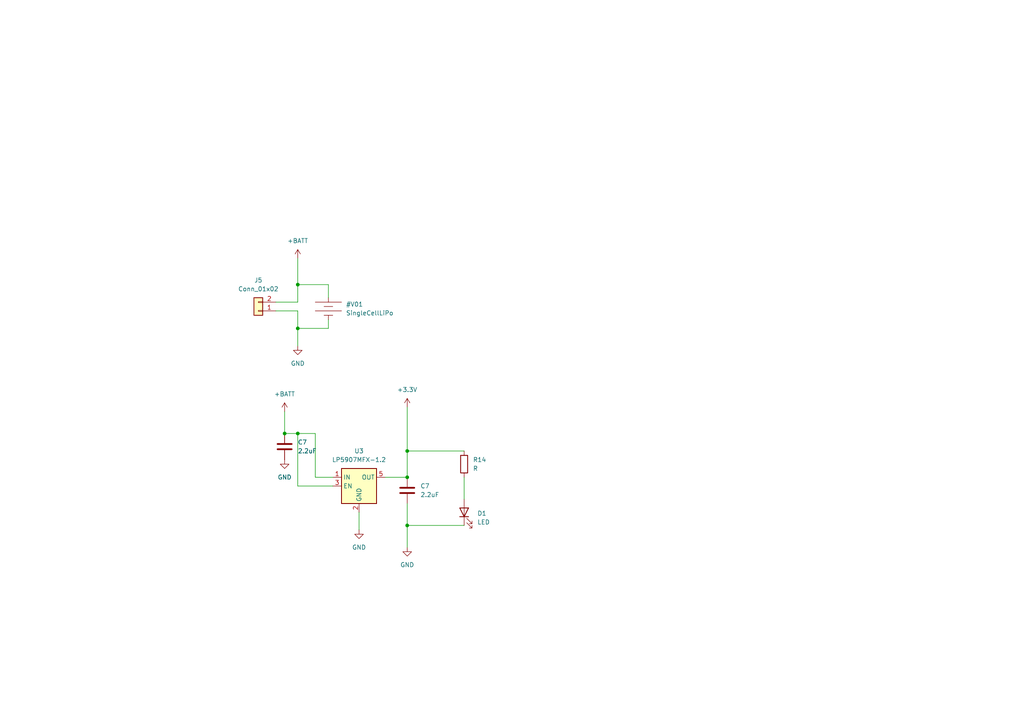
<source format=kicad_sch>
(kicad_sch (version 20230121) (generator eeschema)
  (paper "A4")
  (lib_symbols
    (symbol "Connector_Generic:Conn_01x02" (pin_names (offset 1.016) hide)
      (property "Reference" "J" (at 0 2.54 0))
      (property "Value" "Conn_01x02" (at 0 -5.08 0))
      (symbol "Conn_01x02_1_1"
        (rectangle (start -1.27 -2.413) (end 0 -2.667) (stroke (width 0.1524)))
        (rectangle (start -1.27 0.127) (end 0 -0.127) (stroke (width 0.1524)))
        (rectangle (start -1.27 1.27) (end 1.27 -3.81) (stroke (width 0.254)) (fill (type background)))
        (pin passive line (at -5.08 0 0) (length 3.81) (name "Pin_1") (number "1"))
        (pin passive line (at -5.08 -2.54 0) (length 3.81) (name "Pin_2") (number "2"))
      )
    )
    (symbol "Device:C" (pin_numbers hide) (pin_names (offset 0.254))
      (property "Reference" "C" (at 0.635 2.54 0))
      (property "Value" "C" (at 0.635 -2.54 0))
      (symbol "C_0_1"
        (polyline (pts (xy -2.032 -0.762) (xy 2.032 -0.762)) (stroke (width 0.508)))
        (polyline (pts (xy -2.032 0.762) (xy 2.032 0.762)) (stroke (width 0.508)))
      )
      (symbol "C_1_1"
        (pin passive line (at 0 3.81 270) (length 2.794) (name "~") (number "1"))
        (pin passive line (at 0 -3.81 90) (length 2.794) (name "~") (number "2"))
      )
    )
    (symbol "Device:LED" (pin_numbers hide) (pin_names (offset 1.016) hide)
      (property "Reference" "D" (at 0 2.54 0))
      (property "Value" "LED" (at 0 -2.54 0))
      (symbol "LED_0_1"
        (polyline (pts (xy -1.27 -1.27) (xy -1.27 1.27)) (stroke (width 0.254)))
        (polyline (pts (xy -1.27 0) (xy 1.27 0)))
        (polyline (pts (xy 1.27 -1.27) (xy 1.27 1.27) (xy -1.27 0) (xy 1.27 -1.27)) (stroke (width 0.254)))
        (polyline (pts (xy -3.048 -0.762) (xy -4.572 -2.286) (xy -3.81 -2.286) (xy -4.572 -2.286) (xy -4.572 -1.524)))
        (polyline (pts (xy -1.778 -0.762) (xy -3.302 -2.286) (xy -2.54 -2.286) (xy -3.302 -2.286) (xy -3.302 -1.524)))
      )
      (symbol "LED_1_1"
        (pin passive line (at -3.81 0 0) (length 2.54) (name "K") (number "1"))
        (pin passive line (at 3.81 0 180) (length 2.54) (name "A") (number "2"))
      )
    )
    (symbol "Device:R" (pin_numbers hide) (pin_names (offset 0))
      (property "Reference" "R" (at 2.032 0 90))
      (property "Value" "R" (at 0 0 90))
      (symbol "R_0_1"
        (rectangle (start -1.016 -2.54) (end 1.016 2.54) (stroke (width 0.254)))
      )
      (symbol "R_1_1"
        (pin passive line (at 0 3.81 270) (length 1.27) (name "~") (number "1"))
        (pin passive line (at 0 -3.81 90) (length 1.27) (name "~") (number "2"))
      )
    )
    (symbol "Regulator_Linear:LP5907MFX-1.2"
      (property "Reference" "U" (at -3.81 6.35 0))
      (property "Value" "LP5907MFX-1.2" (at 6.35 6.35 0))
      (symbol "LP5907MFX-1.2_0_1"
        (rectangle (start -5.08 -5.08) (end 5.08 5.08) (stroke (width 0.254)) (fill (type background)))
        (pin power_in line (at -7.62 2.54 0) (length 2.54) (name "IN") (number "1"))
        (pin power_in line (at 0 -7.62 90) (length 2.54) (name "GND") (number "2"))
        (pin input line (at -7.62 0 0) (length 2.54) (name "EN") (number "3"))
        (pin no_connect line (at 5.08 0 180) (length 2.54) hide (name "NC") (number "4"))
        (pin power_out line (at 7.62 2.54 180) (length 2.54) (name "OUT") (number "5"))
      )
    )
    (symbol "minimouse:SingleCellLiPo" (power) (pin_numbers hide) (pin_names hide) (in_bom no) (on_board no)
      (property "Reference" "V" (at 1.8796 0.3048 0))
      (property "Value" "SingleCellLiPo" (at -11.43 1.27 0))
      (symbol "SingleCellLiPo_0_1"
        (polyline (pts (xy -3.81 0) (xy 3.81 0)))
        (polyline (pts (xy -3.81 2.54) (xy 3.81 2.54)))
        (polyline (pts (xy -1.27 -1.27) (xy 1.27 -1.27)))
        (polyline (pts (xy -1.27 1.27) (xy 1.27 1.27)))
      )
      (symbol "SingleCellLiPo_1_1"
        (pin power_out line (at 0 -2.54 90) (length 1.27) (name "+") (number ""))
        (pin power_out line (at 0 3.81 270) (length 1.27) (name "+") (number ""))
      )
    )
    (symbol "power:+3.3V" (power) (pin_names (offset 0))
      (property "Value" "+3.3V" (at 0 3.556 0))
      (symbol "+3.3V_0_1"
        (polyline (pts (xy -0.762 1.27) (xy 0 2.54)))
        (polyline (pts (xy 0 0) (xy 0 2.54)))
        (polyline (pts (xy 0 2.54) (xy 0.762 1.27)))
      )
      (symbol "+3.3V_1_1"
        (pin power_in line (at 0 0 90) (length 0) hide (name "+3.3V") (number "1"))
      )
    )
    (symbol "power:+BATT" (power) (pin_names (offset 0))
      (property "Value" "+BATT" (at 0 3.556 0))
      (symbol "+BATT_0_1"
        (polyline (pts (xy -0.762 1.27) (xy 0 2.54)))
        (polyline (pts (xy 0 0) (xy 0 2.54)))
        (polyline (pts (xy 0 2.54) (xy 0.762 1.27)))
      )
      (symbol "+BATT_1_1"
        (pin power_in line (at 0 0 90) (length 0) hide (name "+BATT") (number "1"))
      )
    )
    (symbol "power:GND" (power) (pin_names (offset 0))
      (property "Value" "GND" (at 0 -3.81 0))
      (symbol "GND_0_1"
        (polyline (pts (xy 0 0) (xy 0 -1.27) (xy 1.27 -1.27) (xy 0 -2.54) (xy -1.27 -1.27) (xy 0 -1.27)))
      )
      (symbol "GND_1_1"
        (pin power_in line (at 0 0 270) (length 0) hide (name "GND") (number "1"))
      )
    )
  )
  (junction (at 86.36 82.55))
  (junction (at 86.36 125.73))
  (junction (at 118.11 152.4))
  (junction (at 118.11 138.43))
  (junction (at 118.11 130.81))
  (junction (at 86.36 95.25))
  (junction (at 82.55 125.73))
  (wire (pts (xy 86.36 90.17) (xy 86.36 95.25)))
  (wire (pts (xy 91.44 125.73) (xy 91.44 138.43)))
  (wire (pts (xy 111.76 138.43) (xy 118.11 138.43)))
  (wire (pts (xy 134.62 130.81) (xy 118.11 130.81)))
  (wire (pts (xy 82.55 125.73) (xy 86.36 125.73)))
  (wire (pts (xy 91.44 138.43) (xy 96.52 138.43)))
  (wire (pts (xy 95.25 82.55) (xy 86.36 82.55)))
  (wire (pts (xy 86.36 74.93) (xy 86.36 82.55)))
  (wire (pts (xy 95.25 86.36) (xy 95.25 82.55)))
  (wire (pts (xy 134.62 138.43) (xy 134.62 144.78)))
  (wire (pts (xy 104.14 148.59) (xy 104.14 153.67)))
  (wire (pts (xy 118.11 118.11) (xy 118.11 130.81)))
  (wire (pts (xy 95.25 92.71) (xy 95.25 95.25)))
  (wire (pts (xy 80.01 87.63) (xy 86.36 87.63)))
  (wire (pts (xy 86.36 95.25) (xy 86.36 100.33)))
  (wire (pts (xy 86.36 125.73) (xy 91.44 125.73)))
  (wire (pts (xy 95.25 95.25) (xy 86.36 95.25)))
  (wire (pts (xy 118.11 130.81) (xy 118.11 138.43)))
  (wire (pts (xy 82.55 119.38) (xy 82.55 125.73)))
  (wire (pts (xy 118.11 146.05) (xy 118.11 152.4)))
  (wire (pts (xy 86.36 82.55) (xy 86.36 87.63)))
  (wire (pts (xy 86.36 140.97) (xy 96.52 140.97)))
  (wire (pts (xy 118.11 152.4) (xy 118.11 158.75)))
  (wire (pts (xy 86.36 125.73) (xy 86.36 140.97)))
  (wire (pts (xy 134.62 152.4) (xy 118.11 152.4)))
  (wire (pts (xy 80.01 90.17) (xy 86.36 90.17)))
  (symbol (lib_id "power:+BATT") (at 86.36 74.93 0) (unit 1)
    (property "Reference" "#PWR036" (effects hide))
    (property "Value" "+BATT" (at 86.36 69.85 0))
  )
  (symbol (lib_id "minimouse:SingleCellLiPo") (at 95.25 90.17 0) (unit 1) (in_bom no) (on_board no)
    (property "Reference" "#V01" (at 100.33 88.265 0) (effects (justify left)))
    (property "Value" "SingleCellLiPo" (at 100.33 90.805 0) (effects (justify left)))
  )
  (symbol (lib_id "power:GND") (at 118.11 158.75 0) (unit 1)
    (property "Reference" "#PWR027" (effects hide))
    (property "Value" "GND" (at 118.11 163.83 0))
  )
  (symbol (lib_id "Device:LED") (at 134.62 148.59 90) (unit 1)
    (property "Reference" "D1" (at 138.43 148.9075 90) (effects (justify right)))
    (property "Value" "LED" (at 138.43 151.4475 90) (effects (justify right)))
    (property "Footprint" "LED_SMD:LED_0603_1608Metric" (effects hide))
  )
  (symbol (lib_id "power:GND") (at 104.14 153.67 0) (unit 1)
    (property "Reference" "#PWR026" (effects hide))
    (property "Value" "GND" (at 104.14 158.75 0))
  )
  (symbol (lib_id "Regulator_Linear:LP5907MFX-1.2") (at 104.14 140.97 0) (unit 1)
    (property "Reference" "U3" (at 104.14 130.81 0))
    (property "Value" "LP5907MFX-1.2" (at 104.14 133.35 0))
    (property "Footprint" "Package_TO_SOT_SMD:SOT-23-5" (effects hide))
    (property "Datasheet" "http://www.ti.com/lit/ds/symlink/lp5907.pdf" (effects hide))
  )
  (symbol (lib_id "Device:C") (at 118.11 142.24 0) (unit 1)
    (property "Reference" "C7" (at 121.92 140.97 0) (effects (justify left)))
    (property "Value" "2.2uF" (at 121.92 143.51 0) (effects (justify left)))
    (property "Footprint" "Capacitor_SMD:C_0603_1608Metric" (effects hide))
    (instances (project "minimouse" (path "" (reference "C7") (unit 1)) (path "" (reference "C13") (unit 1))))
  )
  (symbol (lib_id "power:+BATT") (at 82.55 119.38 0) (unit 1)
    (property "Reference" "#PWR032" (effects hide))
    (property "Value" "+BATT" (at 82.55 114.3 0))
  )
  (symbol (lib_id "power:+3.3V") (at 118.11 118.11 0) (unit 1)
    (property "Reference" "#PWR043" (effects hide))
    (property "Value" "+3.3V" (at 118.11 113.03 0))
  )
  (symbol (lib_id "Device:R") (at 134.62 134.62 0) (unit 1)
    (property "Reference" "R14" (at 137.16 133.35 0) (effects (justify left)))
    (property "Value" "R" (at 137.16 135.89 0) (effects (justify left)))
    (property "Footprint" "Resistor_SMD:R_0603_1608Metric" (effects hide))
  )
  (symbol (lib_id "Connector_Generic:Conn_01x02") (at 74.93 90.17 180) (unit 1)
    (property "Reference" "J5" (at 74.93 81.28 0))
    (property "Value" "Conn_01x02" (at 74.93 83.82 0))
    (property "Footprint" "Connector_PinHeader_2.54mm:PinHeader_1x02_P2.54mm_Vertical" (effects hide))
  )
  (symbol (lib_id "power:GND") (at 86.36 100.33 0) (unit 1)
    (property "Reference" "#PWR037" (effects hide))
    (property "Value" "GND" (at 86.36 105.41 0))
  )
  (symbol (lib_id "power:GND") (at 82.55 133.35 0) (unit 1)
    (property "Reference" "#PWR025" (effects hide))
    (property "Value" "GND" (at 82.55 138.43 0))
  )
  (symbol (lib_id "Device:C") (at 82.55 129.54 180) (unit 1)
    (property "Reference" "C7" (at 86.36 128.27 0) (effects (justify right)))
    (property "Value" "2.2uF" (at 86.36 130.81 0) (effects (justify right)))
    (property "Footprint" "Capacitor_SMD:C_0603_1608Metric" (effects hide))
    (instances (project "minimouse" (path "" (reference "C7") (unit 1)) (path "" (reference "C12") (unit 1))))
  )
)
</source>
